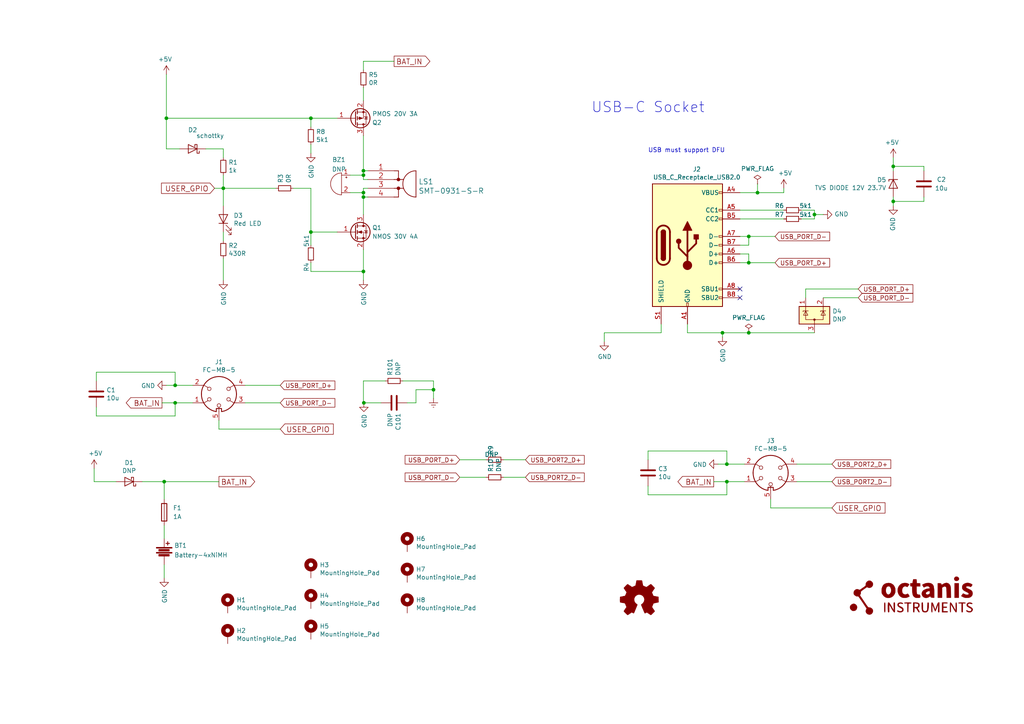
<source format=kicad_sch>
(kicad_sch (version 20211123) (generator eeschema)
  (paper "A4")
  (title_block (title "NB2-Battery Box") (date "2022-12-22") (rev "1.3") (company "Octanis Instruments GmbH"))
  (lib_symbols
    (symbol "Connector:USB_C_Receptacle_USB2.0" (pin_names (offset 1.016))
      (property "Reference" "J" (at -10.16 19.05 0))
      (property "Value" "Connector_USB_C_Receptacle_USB2.0" (at 19.05 19.05 0))
      (symbol "USB_C_Receptacle_USB2.0_1_1"
        (pin power_in line (at 0 -22.86 90) (length 5.08) (name "GND") (number "A1"))
        (pin passive line (at 0 -22.86 90) (length 5.08) hide (name "GND") (number "A12"))
        (pin power_in line (at 15.24 15.24 180) (length 5.08) (name "VBUS") (number "A4"))
        (pin bidirectional line (at 15.24 10.16 180) (length 5.08) (name "CC1") (number "A5"))
        (pin bidirectional line (at 15.24 -2.54 180) (length 5.08) (name "D+") (number "A6"))
        (pin bidirectional line (at 15.24 2.54 180) (length 5.08) (name "D-") (number "A7"))
        (pin bidirectional line (at 15.24 -12.7 180) (length 5.08) (name "SBU1") (number "A8"))
        (pin passive line (at 15.24 15.24 180) (length 5.08) hide (name "VBUS") (number "A9"))
        (pin passive line (at 0 -22.86 90) (length 5.08) hide (name "GND") (number "B1"))
        (pin passive line (at 0 -22.86 90) (length 5.08) hide (name "GND") (number "B12"))
        (pin passive line (at 15.24 15.24 180) (length 5.08) hide (name "VBUS") (number "B4"))
        (pin bidirectional line (at 15.24 7.62 180) (length 5.08) (name "CC2") (number "B5"))
        (pin bidirectional line (at 15.24 -5.08 180) (length 5.08) (name "D+") (number "B6"))
        (pin bidirectional line (at 15.24 0 180) (length 5.08) (name "D-") (number "B7"))
        (pin bidirectional line (at 15.24 -15.24 180) (length 5.08) (name "SBU2") (number "B8"))
        (pin passive line (at 15.24 15.24 180) (length 5.08) hide (name "VBUS") (number "B9"))
        (pin passive line (at -7.62 -22.86 90) (length 5.08) (name "SHIELD") (number "S1"))
      )
    )
    (symbol "Device:Buzzer" (pin_names (offset 0.0254) hide)
      (property "Reference" "BZ" (at 3.81 1.27 0))
      (property "Value" "Buzzer" (at 3.81 -1.27 0))
      (symbol "Buzzer_1_1"
        (pin passive line (at -2.54 2.54 0) (length 2.54) (name "-") (number "1"))
        (pin passive line (at -2.54 -2.54 0) (length 2.54) (name "+") (number "2"))
      )
    )
    (symbol "Device:C" (pin_numbers hide) (pin_names (offset 0.254))
      (property "Reference" "C" (at 0.635 2.54 0))
      (property "Value" "Device_C" (at 0.635 -2.54 0))
      (symbol "C_1_1"
        (pin passive line (at 0 3.81 270) (length 2.794) (name "~") (number "1"))
        (pin passive line (at 0 -3.81 90) (length 2.794) (name "~") (number "2"))
      )
    )
    (symbol "Device:D_Schottky" (pin_numbers hide) (pin_names (offset 1.016) hide)
      (property "Reference" "D" (at 0 2.54 0))
      (property "Value" "Device_D_Schottky" (at 0 -2.54 0))
      (symbol "D_Schottky_1_1"
        (pin passive line (at -3.81 0 0) (length 2.54) (name "K") (number "1"))
        (pin passive line (at 3.81 0 180) (length 2.54) (name "A") (number "2"))
      )
    )
    (symbol "Device:D_Zener" (pin_numbers hide) (pin_names (offset 1.016) hide)
      (property "Reference" "D" (at 0 2.54 0))
      (property "Value" "Device_D_Zener" (at 0 -2.54 0))
      (symbol "D_Zener_1_1"
        (pin passive line (at -3.81 0 0) (length 2.54) (name "K") (number "1"))
        (pin passive line (at 3.81 0 180) (length 2.54) (name "A") (number "2"))
      )
    )
    (symbol "Device:Fuse" (pin_numbers hide) (pin_names (offset 0))
      (property "Reference" "F" (at 2.032 0 90))
      (property "Value" "Fuse" (at -1.905 0 90))
      (symbol "Fuse_1_1"
        (pin passive line (at 0 3.81 270) (length 1.27) (name "~") (number "1"))
        (pin passive line (at 0 -3.81 90) (length 1.27) (name "~") (number "2"))
      )
    )
    (symbol "Device:LED" (pin_numbers hide) (pin_names (offset 1.016) hide)
      (property "Reference" "D" (at 0 2.54 0))
      (property "Value" "Device_LED" (at 0 -2.54 0))
      (symbol "LED_1_1"
        (pin passive line (at -3.81 0 0) (length 2.54) (name "K") (number "1"))
        (pin passive line (at 3.81 0 180) (length 2.54) (name "A") (number "2"))
      )
    )
    (symbol "Device:Q_PMOS_GSD" (pin_names (offset 0) hide)
      (property "Reference" "Q" (at 5.08 1.27 0))
      (property "Value" "Device_Q_PMOS_GSD" (at 5.08 -1.27 0))
      (symbol "Q_PMOS_GSD_1_1"
        (pin input line (at -5.08 0 0) (length 2.54) (name "G") (number "1"))
        (pin passive line (at 2.54 -5.08 90) (length 2.54) (name "S") (number "2"))
        (pin passive line (at 2.54 5.08 270) (length 2.54) (name "D") (number "3"))
      )
    )
    (symbol "Device:R_Small" (pin_numbers hide) (pin_names (offset 0.254) hide)
      (property "Reference" "R" (at 0.762 0.508 0))
      (property "Value" "Device_R_Small" (at 0.762 -1.016 0))
      (symbol "R_Small_1_1"
        (pin passive line (at 0 2.54 270) (length 0.762) (name "~") (number "1"))
        (pin passive line (at 0 -2.54 90) (length 0.762) (name "~") (number "2"))
      )
    )
    (symbol "Graphic:Logo_Open_Hardware_Small" (pin_names (offset 1.016)))
    (symbol "Mechanical:MountingHole_Pad" (pin_numbers hide) (pin_names (offset 1.016) hide)
      (property "Reference" "H" (at 0 6.35 0))
      (property "Value" "Mechanical_MountingHole_Pad" (at 0 4.445 0))
      (symbol "MountingHole_Pad_1_1"
        (pin input line (at 0 -2.54 90) (length 2.54) (name "1") (number "1"))
      )
    )
    (symbol "Nestbox_v2-rescue:C-device" (pin_numbers hide) (pin_names (offset 0.254))
      (property "Reference" "C" (at 0.635 2.54 0))
      (property "Value" "C-device" (at 0.635 -2.54 0))
      (symbol "C-device_1_1"
        (pin passive line (at 0 3.81 270) (length 2.794) (name "~") (number "1"))
        (pin passive line (at 0 -3.81 90) (length 2.794) (name "~") (number "2"))
      )
    )
    (symbol "Nestbox_v2-rescue:Q_NMOS_GSD-device" (pin_names (offset 0) hide)
      (property "Reference" "Q" (at 5.08 1.27 0))
      (property "Value" "Q_NMOS_GSD-device" (at 5.08 -1.27 0))
      (symbol "Q_NMOS_GSD-device_1_1"
        (pin input line (at -5.08 0 0) (length 5.08) (name "G") (number "1"))
        (pin passive line (at 2.54 -5.08 90) (length 2.54) (name "S") (number "2"))
        (pin passive line (at 2.54 5.08 270) (length 2.54) (name "D") (number "3"))
      )
    )
    (symbol "Octanis3:Battery-RESCUE-Nestbox_v1" (pin_numbers hide) (pin_names (offset 0))
      (property "Reference" "BT" (at 2.54 1.27 0))
      (property "Value" "Battery-RESCUE-Nestbox_v1" (at 2.54 -1.27 0))
      (symbol "Battery-RESCUE-Nestbox_v1_1_1"
        (pin passive line (at 0 3.81 270) (length 2.54) (name "~") (number "1"))
        (pin passive line (at 0 -3.81 90) (length 2.54) (name "~") (number "2"))
      )
    )
    (symbol "Octanis3:FC-M8-5" (pin_names (offset 1.016))
      (property "Reference" "J" (at 3.175 5.715 0))
      (property "Value" "FC-M8-5" (at 0 6.35 0))
      (symbol "FC-M8-5_1_1"
        (pin passive line (at -7.62 -2.54 0) (length 2.54) (name "~") (number "1"))
        (pin passive line (at -7.62 2.54 0) (length 2.54) (name "~") (number "2"))
        (pin passive line (at 7.62 -2.54 180) (length 2.54) (name "~") (number "3"))
        (pin passive line (at 7.62 2.54 180) (length 2.54) (name "~") (number "4"))
        (pin passive line (at 0 -7.62 90) (length 2.54) (name "~") (number "5"))
      )
    )
    (symbol "Power_Protection:SP0502BAHT" (pin_names hide)
      (property "Reference" "D" (at 5.715 2.54 0))
      (property "Value" "Power_Protection_SP0502BAHT" (at 5.715 0.635 0))
      (symbol "SP0502BAHT_0_0"
        (pin passive line (at 0 -5.08 90) (length 2.54) (name "A") (number "3"))
      )
      (symbol "SP0502BAHT_1_1"
        (pin passive line (at -2.54 5.08 270) (length 2.54) (name "K") (number "1"))
        (pin passive line (at 2.54 5.08 270) (length 2.54) (name "K") (number "2"))
      )
    )
    (symbol "SMT-0931-S-R:SMT-0931-S-R" (pin_names (offset 0.254) hide)
      (property "Reference" "LS" (at 7.62 7.62 0))
      (property "Value" "SMT-0931-S-R" (at 7.62 5.08 0))
      (symbol "SMT-0931-S-R_1_1"
        (pin passive line (at 0 0 0) (length 7.62) (name "1") (number "1"))
        (pin passive line (at 0 -2.54 0) (length 7.62) (name "2") (number "2"))
        (pin passive line (at 0 -5.08 0) (length 7.62) (name "3") (number "3"))
        (pin passive line (at 0 -7.62 0) (length 7.62) (name "4") (number "4"))
      )
    )
    (symbol "oi_logo:LOGO" (pin_names (offset 1.016)))
    (symbol "power:+5V" (power) (pin_names (offset 0))
      (property "Value" "power_+5V" (at 0 3.556 0))
      (symbol "+5V_1_1"
        (pin power_in line (at 0 0 90) (length 0) hide (name "+5V") (number "1"))
      )
    )
    (symbol "power:Earth" (power) (pin_names (offset 0))
      (symbol "Earth_1_1"
        (pin power_in line (at 0 0 270) (length 0) hide (name "Earth") (number "1"))
      )
    )
    (symbol "power:GND" (power) (pin_names (offset 0))
      (property "Value" "power_GND" (at 0 -3.81 0))
      (symbol "GND_1_1"
        (pin power_in line (at 0 0 270) (length 0) hide (name "GND") (number "1"))
      )
    )
    (symbol "power:PWR_FLAG" (power) (pin_numbers hide) (pin_names (offset 0) hide)
      (property "Value" "power_PWR_FLAG" (at 0 3.81 0))
      (symbol "PWR_FLAG_0_0"
        (pin power_out line (at 0 0 90) (length 0) (name "pwr") (number "1"))
      )
    )
  )
  (junction (at 47.625 139.7))
  (junction (at 90.17 67.31))
  (junction (at 217.17 76.2))
  (junction (at 219.71 55.88))
  (junction (at 259.08 48.26))
  (junction (at 105.41 57.15))
  (junction (at 105.41 50.8))
  (junction (at 210.82 134.62))
  (junction (at 64.77 54.61))
  (junction (at 50.8 116.84))
  (junction (at 125.73 113.03))
  (junction (at 217.17 68.58))
  (junction (at 105.41 78.74))
  (junction (at 259.08 58.42))
  (junction (at 48.26 34.29))
  (junction (at 105.41 55.88))
  (junction (at 217.17 96.52))
  (junction (at 209.55 96.52))
  (junction (at 90.17 34.29))
  (junction (at 105.5333 116.84))
  (junction (at 210.82 139.7))
  (junction (at 105.41 49.53))
  (junction (at 236.22 62.23))
  (junction (at 50.8 111.76))
  (no_connect (at 214.63 86.36))
  (no_connect (at 214.63 83.82))
  (wire (pts (xy 214.63 60.96) (xy 227.33 60.96)))
  (wire (pts (xy 118.11 116.84) (xy 120.65 116.84)))
  (wire (pts (xy 259.08 45.72) (xy 259.08 48.26)))
  (wire (pts (xy 209.55 97.79) (xy 209.55 96.52)))
  (wire (pts (xy 50.8 107.95) (xy 27.94 107.95)))
  (wire (pts (xy 90.17 78.74) (xy 105.41 78.74)))
  (wire (pts (xy 224.79 76.2) (xy 217.17 76.2)))
  (wire (pts (xy 217.17 68.58) (xy 224.79 68.58)))
  (wire (pts (xy 105.41 49.53) (xy 105.41 50.8)))
  (wire (pts (xy 267.97 48.26) (xy 267.97 49.53)))
  (wire (pts (xy 175.26 99.06) (xy 175.26 96.52)))
  (wire (pts (xy 105.41 54.61) (xy 105.41 55.88)))
  (wire (pts (xy 231.14 134.62) (xy 241.3 134.62)))
  (wire (pts (xy 120.65 116.84) (xy 120.65 113.03)))
  (wire (pts (xy 81.28 124.46) (xy 63.5 124.46)))
  (wire (pts (xy 233.68 83.82) (xy 248.92 83.82)))
  (wire (pts (xy 90.17 67.31) (xy 97.79 67.31)))
  (wire (pts (xy 267.97 58.42) (xy 259.08 58.42)))
  (wire (pts (xy 105.41 39.37) (xy 105.41 49.53)))
  (wire (pts (xy 101.6 50.8) (xy 105.41 50.8)))
  (wire (pts (xy 191.77 93.98) (xy 191.77 96.52)))
  (wire (pts (xy 105.41 25.4) (xy 105.41 29.21)))
  (wire (pts (xy 207.01 139.7) (xy 210.82 139.7)))
  (wire (pts (xy 47.625 163.83) (xy 47.625 167.64)))
  (wire (pts (xy 236.22 63.5) (xy 236.22 62.23)))
  (wire (pts (xy 105.41 50.8) (xy 105.41 52.07)))
  (wire (pts (xy 214.63 73.66) (xy 217.17 73.66)))
  (wire (pts (xy 223.52 147.32) (xy 223.52 144.78)))
  (wire (pts (xy 111.76 110.49) (xy 105.41 110.49)))
  (wire (pts (xy 105.5333 116.84) (xy 110.49 116.84)))
  (wire (pts (xy 105.41 57.15) (xy 105.41 62.23)))
  (wire (pts (xy 217.17 71.12) (xy 217.17 68.58)))
  (wire (pts (xy 217.17 96.52) (xy 236.22 96.52)))
  (wire (pts (xy 267.97 58.42) (xy 267.97 57.15)))
  (wire (pts (xy 199.39 96.52) (xy 209.55 96.52)))
  (wire (pts (xy 64.77 74.93) (xy 64.77 81.28)))
  (wire (pts (xy 210.82 143.51) (xy 210.82 139.7)))
  (wire (pts (xy 90.17 76.2) (xy 90.17 78.74)))
  (wire (pts (xy 90.17 41.91) (xy 90.17 44.45)))
  (wire (pts (xy 41.275 139.7) (xy 47.625 139.7)))
  (wire (pts (xy 236.22 60.96) (xy 232.41 60.96)))
  (wire (pts (xy 227.33 55.88) (xy 219.71 55.88)))
  (wire (pts (xy 232.41 63.5) (xy 236.22 63.5)))
  (wire (pts (xy 231.14 139.7) (xy 241.3 139.7)))
  (wire (pts (xy 210.82 134.62) (xy 215.9 134.62)))
  (wire (pts (xy 64.77 54.61) (xy 80.01 54.61)))
  (wire (pts (xy 48.26 111.76) (xy 50.8 111.76)))
  (wire (pts (xy 50.8 111.76) (xy 50.8 107.95)))
  (wire (pts (xy 47.625 144.78) (xy 47.625 139.7)))
  (wire (pts (xy 120.65 113.03) (xy 125.73 113.03)))
  (wire (pts (xy 105.41 17.78) (xy 114.3 17.78)))
  (wire (pts (xy 27.94 118.11) (xy 27.94 120.65)))
  (wire (pts (xy 50.8 120.65) (xy 50.8 116.84)))
  (wire (pts (xy 64.77 50.8) (xy 64.77 54.61)))
  (wire (pts (xy 50.8 111.76) (xy 55.88 111.76)))
  (wire (pts (xy 47.625 139.7) (xy 63.5 139.7)))
  (wire (pts (xy 219.71 53.34) (xy 219.71 55.88)))
  (wire (pts (xy 236.22 62.23) (xy 236.22 60.96)))
  (wire (pts (xy 90.17 34.29) (xy 90.17 36.83)))
  (wire (pts (xy 214.63 71.12) (xy 217.17 71.12)))
  (wire (pts (xy 46.99 116.84) (xy 50.8 116.84)))
  (wire (pts (xy 214.63 76.2) (xy 217.17 76.2)))
  (wire (pts (xy 241.3 147.32) (xy 223.52 147.32)))
  (wire (pts (xy 125.73 115.57) (xy 125.73 113.03)))
  (wire (pts (xy 48.26 34.29) (xy 48.26 43.18)))
  (wire (pts (xy 146.05 133.35) (xy 152.4 133.35)))
  (wire (pts (xy 27.305 135.89) (xy 27.305 139.7)))
  (wire (pts (xy 105.41 116.84) (xy 105.5333 116.84)))
  (wire (pts (xy 50.8 116.84) (xy 55.88 116.84)))
  (wire (pts (xy 259.08 48.26) (xy 259.08 49.53)))
  (wire (pts (xy 105.41 52.07) (xy 106.68 52.07)))
  (wire (pts (xy 133.35 133.35) (xy 140.97 133.35)))
  (wire (pts (xy 105.41 55.88) (xy 105.41 57.15)))
  (wire (pts (xy 64.77 43.18) (xy 64.77 45.72)))
  (wire (pts (xy 71.12 111.76) (xy 81.28 111.76)))
  (wire (pts (xy 62.23 54.61) (xy 64.77 54.61)))
  (wire (pts (xy 214.63 68.58) (xy 217.17 68.58)))
  (wire (pts (xy 210.82 134.62) (xy 210.82 130.81)))
  (wire (pts (xy 259.08 48.26) (xy 267.97 48.26)))
  (wire (pts (xy 238.76 86.36) (xy 248.92 86.36)))
  (wire (pts (xy 90.17 54.61) (xy 90.17 67.31)))
  (wire (pts (xy 64.77 54.61) (xy 64.77 59.69)))
  (wire (pts (xy 90.17 67.31) (xy 90.17 71.12)))
  (wire (pts (xy 105.41 110.49) (xy 105.41 116.84)))
  (wire (pts (xy 259.08 59.69) (xy 259.08 58.42)))
  (wire (pts (xy 133.35 138.43) (xy 140.97 138.43)))
  (wire (pts (xy 47.625 156.21) (xy 47.625 152.4)))
  (wire (pts (xy 233.68 83.82) (xy 233.68 86.36)))
  (wire (pts (xy 187.96 130.81) (xy 187.96 133.35)))
  (wire (pts (xy 187.96 143.51) (xy 210.82 143.51)))
  (wire (pts (xy 227.33 54.61) (xy 227.33 55.88)))
  (wire (pts (xy 48.26 34.29) (xy 90.17 34.29)))
  (wire (pts (xy 217.17 76.2) (xy 217.17 73.66)))
  (wire (pts (xy 48.26 21.59) (xy 48.26 34.29)))
  (wire (pts (xy 199.39 93.98) (xy 199.39 96.52)))
  (wire (pts (xy 64.77 67.31) (xy 64.77 69.85)))
  (wire (pts (xy 105.41 49.53) (xy 106.68 49.53)))
  (wire (pts (xy 27.94 107.95) (xy 27.94 110.49)))
  (wire (pts (xy 106.68 54.61) (xy 105.41 54.61)))
  (wire (pts (xy 227.33 63.5) (xy 214.63 63.5)))
  (wire (pts (xy 210.82 139.7) (xy 215.9 139.7)))
  (wire (pts (xy 105.41 20.32) (xy 105.41 17.78)))
  (wire (pts (xy 71.12 116.84) (xy 81.28 116.84)))
  (wire (pts (xy 105.41 78.74) (xy 105.41 81.28)))
  (wire (pts (xy 238.76 62.23) (xy 236.22 62.23)))
  (wire (pts (xy 105.41 72.39) (xy 105.41 78.74)))
  (wire (pts (xy 125.73 113.03) (xy 125.73 110.49)))
  (wire (pts (xy 105.41 57.15) (xy 106.68 57.15)))
  (wire (pts (xy 63.5 124.46) (xy 63.5 121.92)))
  (wire (pts (xy 85.09 54.61) (xy 90.17 54.61)))
  (wire (pts (xy 210.82 130.81) (xy 187.96 130.81)))
  (wire (pts (xy 259.08 58.42) (xy 259.08 57.15)))
  (wire (pts (xy 90.17 34.29) (xy 97.79 34.29)))
  (wire (pts (xy 219.71 55.88) (xy 214.63 55.88)))
  (wire (pts (xy 208.28 134.62) (xy 210.82 134.62)))
  (wire (pts (xy 101.6 55.88) (xy 105.41 55.88)))
  (wire (pts (xy 27.305 139.7) (xy 33.655 139.7)))
  (wire (pts (xy 125.73 110.49) (xy 116.84 110.49)))
  (wire (pts (xy 187.96 140.97) (xy 187.96 143.51)))
  (wire (pts (xy 146.05 138.43) (xy 152.4 138.43)))
  (wire (pts (xy 209.55 96.52) (xy 217.17 96.52)))
  (wire (pts (xy 175.26 96.52) (xy 191.77 96.52)))
  (wire (pts (xy 52.07 43.18) (xy 48.26 43.18)))
  (wire (pts (xy 59.69 43.18) (xy 64.77 43.18)))
  (wire (pts (xy 27.94 120.65) (xy 50.8 120.65)))
  (text "USB-C Socket" (at 171.45 33.02 0) (effects (font (size 2.9972 2.9972)) (justify left bottom)))
  (text "USB must support DFU" (at 187.96 44.45 0) (effects (font (size 1.27 1.27)) (justify left bottom)))
  (global_label "BAT_IN" (shape output) (at 63.5 139.7 0) (effects (font (size 1.524 1.524))) (property "Intersheet References" "${INTERSHEET_REFS}" (effects hide)))
  (global_label "USB_PORT2_D-" (shape input) (at 152.4 138.43 0) (property "Intersheet References" "${INTERSHEET_REFS}" (effects hide)))
  (global_label "USER_GPIO" (shape input) (at 81.28 124.46 0) (effects (font (size 1.524 1.524))) (property "Intersheet References" "${INTERSHEET_REFS}" (effects hide)))
  (global_label "USB_PORT2_D+" (shape input) (at 241.3 134.62 0) (property "Intersheet References" "${INTERSHEET_REFS}" (effects hide)))
  (global_label "BAT_IN" (shape output) (at 207.01 139.7 180) (effects (font (size 1.524 1.524))) (property "Intersheet References" "${INTERSHEET_REFS}" (effects hide)))
  (global_label "BAT_IN" (shape output) (at 46.99 116.84 180) (effects (font (size 1.524 1.524))) (property "Intersheet References" "${INTERSHEET_REFS}" (effects hide)))
  (global_label "USB_PORT_D+" (shape input) (at 248.92 83.82 0) (property "Intersheet References" "${INTERSHEET_REFS}" (effects hide)))
  (global_label "USB_PORT_D+" (shape input) (at 81.28 111.76 0) (property "Intersheet References" "${INTERSHEET_REFS}" (effects hide)))
  (global_label "USER_GPIO" (shape input) (at 241.3 147.32 0) (effects (font (size 1.524 1.524))) (property "Intersheet References" "${INTERSHEET_REFS}" (effects hide)))
  (global_label "USB_PORT2_D-" (shape input) (at 241.3 139.7 0) (property "Intersheet References" "${INTERSHEET_REFS}" (effects hide)))
  (global_label "USB_PORT_D+" (shape input) (at 224.79 76.2 0) (property "Intersheet References" "${INTERSHEET_REFS}" (effects hide)))
  (global_label "USB_PORT2_D+" (shape input) (at 152.4 133.35 0) (property "Intersheet References" "${INTERSHEET_REFS}" (effects hide)))
  (global_label "BAT_IN" (shape output) (at 114.3 17.78 0) (effects (font (size 1.524 1.524))) (property "Intersheet References" "${INTERSHEET_REFS}" (effects hide)))
  (global_label "USB_PORT_D-" (shape input) (at 133.35 138.43 180) (property "Intersheet References" "${INTERSHEET_REFS}" (effects hide)))
  (global_label "USER_GPIO" (shape input) (at 62.23 54.61 180) (effects (font (size 1.524 1.524))) (property "Intersheet References" "${INTERSHEET_REFS}" (effects hide)))
  (global_label "USB_PORT_D+" (shape input) (at 133.35 133.35 180) (property "Intersheet References" "${INTERSHEET_REFS}" (effects hide)))
  (global_label "USB_PORT_D-" (shape input) (at 224.79 68.58 0) (property "Intersheet References" "${INTERSHEET_REFS}" (effects hide)))
  (global_label "USB_PORT_D-" (shape input) (at 248.92 86.36 0) (property "Intersheet References" "${INTERSHEET_REFS}" (effects hide)))
  (global_label "USB_PORT_D-" (shape input) (at 81.28 116.84 0) (property "Intersheet References" "${INTERSHEET_REFS}" (effects hide)))
  (symbol (lib_id "Mechanical:MountingHole_Pad") (at 66.04 184.15 0) (unit 1)
    (property "Reference" "H2" (at 68.58 182.9054 0) (effects (justify left)))
    (property "Value" "MountingHole_Pad" (at 68.58 185.2168 0) (effects (justify left)))
    (property "Footprint" "MountingHole:MountingHole_3.5mm" (effects hide))
  )
  (symbol (lib_id "Nestbox_v2-rescue:C-device") (at 27.94 114.3 0) (unit 1)
    (property "Reference" "C1" (at 30.861 113.1316 0) (effects (justify left)))
    (property "Value" "10u" (at 30.861 115.443 0) (effects (justify left)))
    (property "Footprint" "Capacitor_SMD:C_0805_2012Metric" (effects hide))
  )
  (symbol (lib_id "Graphic:Logo_Open_Hardware_Small") (at 185.42 173.99 0) (unit 1)
    (property "Reference" "LOGO1" (effects hide))
    (property "Value" "Logo_Open_Hardware_Small" (effects hide))
    (property "Footprint" "lib_fp:VogelwarteLogo3" (effects hide))
  )
  (symbol (lib_id "oi_logo:LOGO") (at 264.16 172.72 0) (unit 1)
    (property "Reference" "G1" (effects hide))
    (property "Value" "LOGO" (effects hide))
    (property "Footprint" "lib_fp_global:oi_logo_small" (effects hide))
  )
  (symbol (lib_id "Octanis3:FC-M8-5") (at 63.5 114.3 0) (unit 1)
    (property "Reference" "J1" (at 63.5 104.9782 0))
    (property "Value" "FC-M8-5" (at 63.5 107.2896 0))
    (property "Footprint" "lib_fp:M8-5pin_2.9mm_hole" (effects hide))
    (property "Datasheet" "http://www.mouser.com/ds/2/18/40_c091_abd_e-75918.pdf" (effects hide))
    (property "MPN2" "1424240" (effects hide))
    (property "MPN" "MB08MBSBFF05RA" (effects hide))
  )
  (symbol (lib_id "power:GND") (at 48.26 111.76 270) (unit 1)
    (property "Reference" "#PWR03" (effects hide))
    (property "Value" "GND" (at 45.0088 111.887 90) (effects (justify right)))
  )
  (symbol (lib_id "Nestbox_v2-rescue:C-device") (at 187.96 137.16 0) (unit 1)
    (property "Reference" "C3" (at 190.881 135.9916 0) (effects (justify left)))
    (property "Value" "10u" (at 190.881 138.303 0) (effects (justify left)))
    (property "Footprint" "Capacitor_SMD:C_0805_2012Metric" (effects hide))
  )
  (symbol (lib_id "Octanis3:Battery-RESCUE-Nestbox_v1") (at 47.625 160.02 0) (unit 1)
    (property "Reference" "BT1" (at 50.546 158.2225 0) (effects (justify left)))
    (property "Value" "Battery-4xNiMH" (at 50.546 160.9976 0) (effects (justify left)))
    (property "Footprint" "TerminalBlock_Dinkle:TerminalBlock_Dinkle_DT-55-B01X-02_P10.00mm" (effects hide))
  )
  (symbol (lib_id "SMT-0931-S-R:SMT-0931-S-R") (at 106.68 49.53 0) (unit 1)
    (property "Reference" "LS1" (at 121.3612 52.6796 0) (effects (font (size 1.524 1.524)) (justify left)))
    (property "Value" "SMT-0931-S-R" (at 121.3612 55.372 0) (effects (font (size 1.524 1.524)) (justify left)))
    (property "Footprint" "lib_fp:SMT-0931-S-R" (effects hide))
    (property "MPN" "SMT-0931-S-R" (effects hide))
  )
  (symbol (lib_id "Connector:USB_C_Receptacle_USB2.0") (at 199.39 71.12 0) (unit 1)
    (property "Reference" "J2" (at 202.1078 49.0982 0))
    (property "Value" "USB_C_Receptacle_USB2.0" (at 202.1078 51.4096 0))
    (property "Footprint" "lib_fp:USB_C_Receptacle_HRO_TYPE-C-31-M-12" (effects hide))
    (property "Datasheet" "https://www.jae.com/en/releases/detail/id=92529" (effects hide))
    (property "MPN" "USB4105-GF-A" (effects hide))
  )
  (symbol (lib_id "Device:Fuse") (at 47.625 148.59 180) (unit 1)
    (property "Reference" "F1" (at 50.165 147.3199 0) (effects (justify right)))
    (property "Value" "1A" (at 50.165 149.8599 0) (effects (justify right)))
    (property "Footprint" "lib_fp:0154001.DR" (effects hide))
    (property "MPN" "0154001.DR" (effects hide))
  )
  (symbol (lib_id "Mechanical:MountingHole_Pad") (at 90.17 165.1 0) (unit 1)
    (property "Reference" "H3" (at 92.71 163.8554 0) (effects (justify left)))
    (property "Value" "MountingHole_Pad" (at 92.71 166.1668 0) (effects (justify left)))
    (property "Footprint" "MountingHole:MountingHole_4.5mm" (effects hide))
  )
  (symbol (lib_id "Device:R_Small") (at 64.77 72.39 0) (unit 1)
    (property "Reference" "R2" (at 66.2686 71.2216 0) (effects (justify left)))
    (property "Value" "430R" (at 66.2686 73.533 0) (effects (justify left)))
    (property "Footprint" "Resistor_SMD:R_0603_1608Metric" (effects hide))
  )
  (symbol (lib_id "power:+5V") (at 48.26 21.59 0) (mirror y) (unit 1)
    (property "Reference" "#PWR02" (effects hide))
    (property "Value" "+5V" (at 47.879 17.1958 0))
  )
  (symbol (lib_id "Device:Q_PMOS_GSD") (at 102.87 34.29 0) (mirror x) (unit 1)
    (property "Reference" "Q2" (at 107.95 35.56 0) (effects (justify left)))
    (property "Value" "PMOS 20V 3A" (at 107.95 33.02 0) (effects (justify left)))
    (property "Footprint" "Package_TO_SOT_SMD:SOT-23" (effects hide))
    (property "MPN" "DMP2160U-7" (effects hide))
  )
  (symbol (lib_id "Mechanical:MountingHole_Pad") (at 118.11 157.48 0) (unit 1)
    (property "Reference" "H6" (at 120.65 156.2354 0) (effects (justify left)))
    (property "Value" "MountingHole_Pad" (at 120.65 158.5468 0) (effects (justify left)))
    (property "Footprint" "MountingHole:MountingHole_3.5mm" (effects hide))
  )
  (symbol (lib_id "Device:R_Small") (at 82.55 54.61 90) (unit 1)
    (property "Reference" "R3" (at 81.3816 53.1114 0) (effects (justify left)))
    (property "Value" "0R" (at 83.693 53.1114 0) (effects (justify left)))
    (property "Footprint" "Resistor_SMD:R_0603_1608Metric" (effects hide))
  )
  (symbol (lib_id "Octanis3:FC-M8-5") (at 223.52 137.16 0) (unit 1)
    (property "Reference" "J3" (at 223.52 127.8382 0))
    (property "Value" "FC-M8-5" (at 223.52 130.1496 0))
    (property "Footprint" "lib_fp:M8-5pin_2.9mm_hole" (effects hide))
    (property "Datasheet" "http://www.mouser.com/ds/2/18/40_c091_abd_e-75918.pdf" (effects hide))
    (property "MPN2" "1424240" (effects hide))
    (property "MPN" "MB08MBSBFF05RA" (effects hide))
  )
  (symbol (lib_id "power:+5V") (at 27.305 135.89 0) (unit 1)
    (property "Reference" "#PWR01" (effects hide))
    (property "Value" "+5V" (at 27.686 131.4958 0))
  )
  (symbol (lib_id "Mechanical:MountingHole_Pad") (at 118.11 175.26 0) (unit 1)
    (property "Reference" "H8" (at 120.65 174.0154 0) (effects (justify left)))
    (property "Value" "MountingHole_Pad" (at 120.65 176.3268 0) (effects (justify left)))
    (property "Footprint" "MountingHole:MountingHole_3.5mm" (effects hide))
  )
  (symbol (lib_id "Device:R_Small") (at 64.77 48.26 0) (unit 1)
    (property "Reference" "R1" (at 66.2686 47.0916 0) (effects (justify left)))
    (property "Value" "1k" (at 66.2686 49.403 0) (effects (justify left)))
    (property "Footprint" "Resistor_SMD:R_0603_1608Metric" (effects hide))
  )
  (symbol (lib_id "Device:R_Small") (at 229.87 60.96 270) (unit 1)
    (property "Reference" "R6" (at 226.06 59.69 90))
    (property "Value" "5k1" (at 233.68 59.69 90))
    (property "Footprint" "Resistor_SMD:R_0603_1608Metric" (effects hide))
  )
  (symbol (lib_id "Device:R_Small") (at 229.87 63.5 270) (unit 1)
    (property "Reference" "R7" (at 226.06 62.23 90))
    (property "Value" "5k1" (at 233.68 62.23 90))
    (property "Footprint" "Resistor_SMD:R_0603_1608Metric" (effects hide))
  )
  (symbol (lib_id "power:GND") (at 90.17 44.45 0) (unit 1)
    (property "Reference" "#PWR0101" (effects hide))
    (property "Value" "GND" (at 90.297 47.7012 90) (effects (justify right)))
  )
  (symbol (lib_id "power:Earth") (at 125.73 115.57 0) (unit 1)
    (property "Reference" "#PWR0103" (effects hide))
    (property "Value" "Earth" (effects hide))
  )
  (symbol (lib_id "power:GND") (at 175.26 99.06 0) (unit 1)
    (property "Reference" "#PWR07" (effects hide))
    (property "Value" "GND" (at 175.387 103.4542 0))
  )
  (symbol (lib_id "Device:R_Small") (at 105.41 22.86 0) (unit 1)
    (property "Reference" "R5" (at 106.9086 21.6916 0) (effects (justify left)))
    (property "Value" "0R" (at 106.9086 24.003 0) (effects (justify left)))
    (property "Footprint" "Resistor_SMD:R_0603_1608Metric" (effects hide))
  )
  (symbol (lib_id "Nestbox_v2-rescue:C-device") (at 114.3 116.84 270) (unit 1)
    (property "Reference" "C101" (at 115.4684 119.761 0) (effects (justify left)))
    (property "Value" "DNP" (at 113.157 119.761 0) (effects (justify left)))
    (property "Footprint" "Capacitor_SMD:C_0805_2012Metric" (effects hide))
  )
  (symbol (lib_id "Device:R_Small") (at 143.51 138.43 90) (unit 1)
    (property "Reference" "R10" (at 142.3416 136.9314 0) (effects (justify left)))
    (property "Value" "DNP" (at 144.653 136.9314 0) (effects (justify left)))
    (property "Footprint" "Resistor_SMD:R_0603_1608Metric" (effects hide))
  )
  (symbol (lib_id "power:GND") (at 259.08 59.69 0) (mirror y) (unit 1)
    (property "Reference" "#PWR012" (effects hide))
    (property "Value" "GND" (at 258.953 62.9412 90) (effects (justify right)))
  )
  (symbol (lib_id "Device:LED") (at 64.77 63.5 90) (unit 1)
    (property "Reference" "D3" (at 67.7418 62.5094 90) (effects (justify right)))
    (property "Value" "Red LED" (at 67.7418 64.8208 90) (effects (justify right)))
    (property "Footprint" "LED_THT:LED_D5.0mm" (effects hide))
    (property "MPN" "WP934EW/ID" (effects hide))
  )
  (symbol (lib_id "Mechanical:MountingHole_Pad") (at 90.17 173.99 0) (unit 1)
    (property "Reference" "H4" (at 92.71 172.7454 0) (effects (justify left)))
    (property "Value" "MountingHole_Pad" (at 92.71 175.0568 0) (effects (justify left)))
    (property "Footprint" "MountingHole:MountingHole_3.5mm" (effects hide))
  )
  (symbol (lib_id "power:GND") (at 64.77 81.28 0) (unit 1)
    (property "Reference" "#PWR05" (effects hide))
    (property "Value" "GND" (at 64.897 84.5312 90) (effects (justify right)))
  )
  (symbol (lib_id "Device:D_Zener") (at 259.08 53.34 90) (mirror x) (unit 1)
    (property "Reference" "D5" (at 257.0734 52.1716 90) (effects (justify left)))
    (property "Value" "TVS DIODE 12V 23.7V" (at 257.0734 54.483 90) (effects (justify left)))
    (property "Footprint" "Diode_SMD:D_SOD-523" (effects hide))
    (property "MPN" "UCLAMP1201H.TCT" (effects hide))
  )
  (symbol (lib_id "Device:D_Schottky") (at 55.88 43.18 180) (unit 1)
    (property "Reference" "D2" (at 55.88 37.6936 0))
    (property "Value" "schottky" (at 60.96 39.37 0))
    (property "Footprint" "Diode_SMD:D_SOD-323" (effects hide))
    (property "MPN" "B0520WS-7-F" (effects hide))
  )
  (symbol (lib_id "Device:R_Small") (at 90.17 73.66 0) (unit 1)
    (property "Reference" "R4" (at 88.9 77.47 90))
    (property "Value" "5k1" (at 88.9 69.85 90))
    (property "Footprint" "Resistor_SMD:R_0603_1608Metric" (effects hide))
  )
  (symbol (lib_id "power:GND") (at 47.625 167.64 0) (unit 1)
    (property "Reference" "#PWR04" (effects hide))
    (property "Value" "GND" (at 47.752 170.8912 90) (effects (justify right)))
  )
  (symbol (lib_id "Mechanical:MountingHole_Pad") (at 66.04 175.26 0) (unit 1)
    (property "Reference" "H1" (at 68.58 174.0154 0) (effects (justify left)))
    (property "Value" "MountingHole_Pad" (at 68.58 176.3268 0) (effects (justify left)))
    (property "Footprint" "MountingHole:MountingHole_4.5mm" (effects hide))
  )
  (symbol (lib_id "power:GND") (at 105.41 81.28 0) (unit 1)
    (property "Reference" "#PWR06" (effects hide))
    (property "Value" "GND" (at 105.537 84.5312 90) (effects (justify right)))
  )
  (symbol (lib_id "Device:R_Small") (at 114.3 110.49 90) (unit 1)
    (property "Reference" "R101" (at 113.1316 108.9914 0) (effects (justify left)))
    (property "Value" "DNP" (at 115.443 108.9914 0) (effects (justify left)))
    (property "Footprint" "Resistor_SMD:R_0603_1608Metric" (effects hide))
  )
  (symbol (lib_id "Mechanical:MountingHole_Pad") (at 90.17 182.88 0) (unit 1)
    (property "Reference" "H5" (at 92.71 181.6354 0) (effects (justify left)))
    (property "Value" "MountingHole_Pad" (at 92.71 183.9468 0) (effects (justify left)))
    (property "Footprint" "MountingHole:MountingHole_4.5mm" (effects hide))
  )
  (symbol (lib_id "Mechanical:MountingHole_Pad") (at 118.11 166.37 0) (unit 1)
    (property "Reference" "H7" (at 120.65 165.1254 0) (effects (justify left)))
    (property "Value" "MountingHole_Pad" (at 120.65 167.4368 0) (effects (justify left)))
    (property "Footprint" "MountingHole:MountingHole_4.5mm" (effects hide))
  )
  (symbol (lib_id "power:GND") (at 209.55 97.79 0) (unit 1)
    (property "Reference" "#PWR08" (effects hide))
    (property "Value" "GND" (at 209.677 101.0412 90) (effects (justify right)))
  )
  (symbol (lib_id "Device:R_Small") (at 143.51 133.35 90) (unit 1)
    (property "Reference" "R9" (at 142.3416 131.8514 0) (effects (justify left)))
    (property "Value" "DNP" (at 144.653 131.8514 90) (effects (justify left)))
    (property "Footprint" "Resistor_SMD:R_0603_1608Metric" (effects hide))
  )
  (symbol (lib_id "power:PWR_FLAG") (at 217.17 96.52 0) (unit 1)
    (property "Reference" "#FLG01" (effects hide))
    (property "Value" "PWR_FLAG" (at 217.17 92.1258 0))
  )
  (symbol (lib_id "power:GND") (at 208.28 134.62 270) (unit 1)
    (property "Reference" "#PWR0102" (effects hide))
    (property "Value" "GND" (at 205.0288 134.747 90) (effects (justify right)))
  )
  (symbol (lib_id "power:+5V") (at 227.33 54.61 0) (unit 1)
    (property "Reference" "#PWR09" (effects hide))
    (property "Value" "+5V" (at 227.711 50.2158 0))
  )
  (symbol (lib_id "Nestbox_v2-rescue:Q_NMOS_GSD-device") (at 102.87 67.31 0) (unit 1)
    (property "Reference" "Q1" (at 107.95 66.04 0) (effects (justify left)))
    (property "Value" "NMOS 30V 4A" (at 107.95 68.58 0) (effects (justify left)))
    (property "Footprint" "Package_TO_SOT_SMD:SOT-23" (effects hide))
    (property "MPN" "PMV45EN2R" (effects hide))
  )
  (symbol (lib_id "Device:D_Schottky") (at 37.465 139.7 180) (unit 1)
    (property "Reference" "D1" (at 37.465 134.2136 0))
    (property "Value" "DNP" (at 37.465 136.525 0))
    (property "Footprint" "Diode_SMD:D_SOD-323" (effects hide))
    (property "MPN" "B0520WS-7-F" (effects hide))
  )
  (symbol (lib_id "Device:C") (at 267.97 53.34 0) (mirror y) (unit 1)
    (property "Reference" "C2" (at 273.05 52.07 0))
    (property "Value" "10u" (at 273.05 54.61 0))
    (property "Footprint" "Capacitor_SMD:C_0805_2012Metric" (effects hide))
  )
  (symbol (lib_id "Device:R_Small") (at 90.17 39.37 0) (unit 1)
    (property "Reference" "R8" (at 91.6686 38.2016 0) (effects (justify left)))
    (property "Value" "5k1" (at 91.6686 40.513 0) (effects (justify left)))
    (property "Footprint" "Resistor_SMD:R_0603_1608Metric" (effects hide))
  )
  (symbol (lib_id "power:PWR_FLAG") (at 219.71 53.34 0) (unit 1)
    (property "Reference" "#FLG02" (effects hide))
    (property "Value" "PWR_FLAG" (at 219.71 48.9458 0))
  )
  (symbol (lib_id "Device:Buzzer") (at 99.06 53.34 0) (mirror y) (unit 1)
    (property "Reference" "BZ1" (at 98.298 46.3255 0))
    (property "Value" "DNP" (at 98.298 49.1006 0))
    (property "Footprint" "Buzzer_Beeper:Buzzer_CUI_CPT-9019S-SMT" (effects hide))
    (property "MPN" "SMT-0827-SW-5V-R" (effects hide))
  )
  (symbol (lib_id "power:+5V") (at 259.08 45.72 0) (mirror y) (unit 1)
    (property "Reference" "#PWR011" (effects hide))
    (property "Value" "+5V" (at 258.699 41.3258 0))
  )
  (symbol (lib_id "power:GND") (at 105.5333 116.84 0) (unit 1)
    (property "Reference" "#PWR0104" (effects hide))
    (property "Value" "GND" (at 105.6603 120.0912 90) (effects (justify right)))
  )
  (symbol (lib_id "power:GND") (at 238.76 62.23 90) (unit 1)
    (property "Reference" "#PWR010" (effects hide))
    (property "Value" "GND" (at 242.0112 62.103 90) (effects (justify right)))
  )
  (symbol (lib_id "Power_Protection:SP0502BAHT") (at 236.22 91.44 0) (unit 1)
    (property "Reference" "D4" (at 241.427 90.2716 0) (effects (justify left)))
    (property "Value" "DNP" (at 241.427 92.583 0) (effects (justify left)))
    (property "Footprint" "Package_TO_SOT_SMD:SOT-723" (effects hide))
    (property "MPN" "SZESD7205DT5G" (effects hide))
  )
)
</source>
